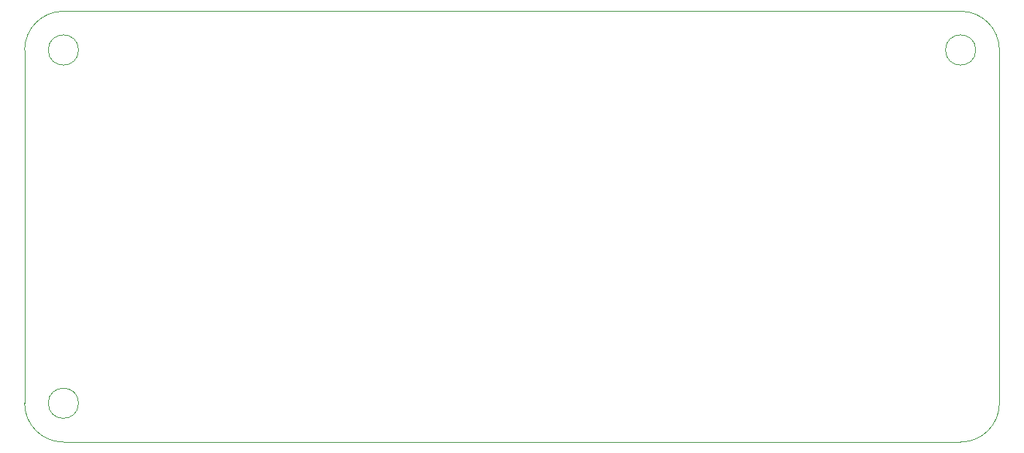
<source format=gbr>
%TF.GenerationSoftware,KiCad,Pcbnew,9.0.6*%
%TF.CreationDate,2026-01-02T14:19:04-05:00*%
%TF.ProjectId,spotify desk thing,73706f74-6966-4792-9064-65736b207468,rev?*%
%TF.SameCoordinates,Original*%
%TF.FileFunction,Profile,NP*%
%FSLAX46Y46*%
G04 Gerber Fmt 4.6, Leading zero omitted, Abs format (unit mm)*
G04 Created by KiCad (PCBNEW 9.0.6) date 2026-01-02 14:19:04*
%MOMM*%
%LPD*%
G01*
G04 APERTURE LIST*
%TA.AperFunction,Profile*%
%ADD10C,0.050000*%
%TD*%
G04 APERTURE END LIST*
D10*
X51750000Y-171000000D02*
G75*
G02*
X48250000Y-171000000I-1750000J0D01*
G01*
X48250000Y-171000000D02*
G75*
G02*
X51750000Y-171000000I1750000J0D01*
G01*
X51750000Y-130000000D02*
G75*
G02*
X48250000Y-130000000I-1750000J0D01*
G01*
X48250000Y-130000000D02*
G75*
G02*
X51750000Y-130000000I1750000J0D01*
G01*
X155750000Y-130000000D02*
G75*
G02*
X152250000Y-130000000I-1750000J0D01*
G01*
X152250000Y-130000000D02*
G75*
G02*
X155750000Y-130000000I1750000J0D01*
G01*
X45500000Y-130000000D02*
X45500000Y-171000000D01*
X154000000Y-125500000D02*
X50000000Y-125500000D01*
X158500000Y-171000000D02*
X158500000Y-130000000D01*
X50000000Y-175500000D02*
X154000000Y-175500000D01*
X50000000Y-175500000D02*
G75*
G02*
X45500000Y-171000000I0J4500000D01*
G01*
X158500000Y-171000000D02*
G75*
G02*
X154000000Y-175500000I-4500000J0D01*
G01*
X154000000Y-125500000D02*
G75*
G02*
X158500000Y-130000000I0J-4500000D01*
G01*
X45500000Y-130000000D02*
G75*
G02*
X50000000Y-125500000I4500000J0D01*
G01*
M02*

</source>
